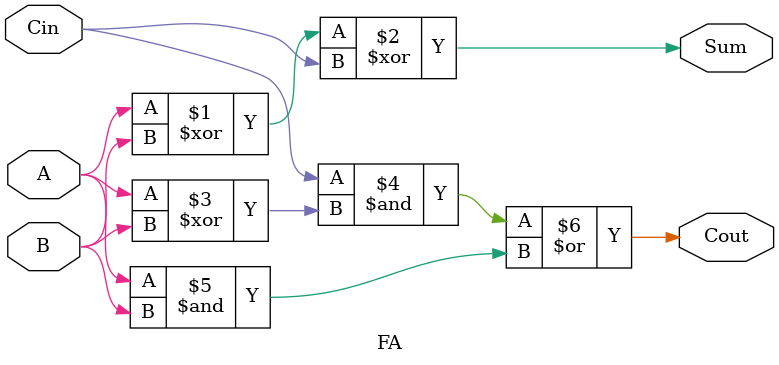
<source format=v>
  	                                            		

module FullAdd4( A,B,Cin,Sum,Cout);                	
    input [3:0] A, B;
    input Cin; 			
    output [3:0] Sum;
    output Cout;

                   	          	
// Apna Code idhar hai 
	wire c0 , c1 , c2 ; // Intermediate Carry 
	
	FA fa1 ( A[0] , B[0] , Cin , Sum[0] , c0 ) ; 
	FA fa2 ( A[1] , B[1] , c0 , Sum[1] , c1 ) ; 
	FA fa3 ( A[2] , B[2] , c1 , Sum[2] , c2 ) ; 
	FA fa4 ( A[3] , B[3] , c2 , Sum[3] , Cout ) ; 


endmodule // Majority  


//One bit adder defined here, which is to be used bitwise on the 4 bit Adder Application 
module FA ( A, B, Cin , Sum , Cout ) ; 
	input  A , B , Cin ; 
	output Sum, Cout ; 
	assign Sum = A^B^Cin  ; 
	assign Cout =  ( Cin&(A^B) | (A&B) ) ; 
endmodule 


    
</source>
